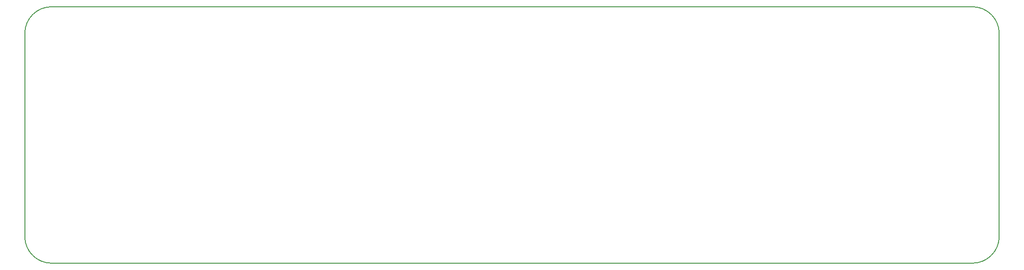
<source format=gm1>
G04 #@! TF.GenerationSoftware,KiCad,Pcbnew,8.0.7*
G04 #@! TF.CreationDate,2025-07-02T22:20:04-04:00*
G04 #@! TF.ProjectId,Sum25_GTR,53756d32-355f-4475-9452-2e6b69636164,rev?*
G04 #@! TF.SameCoordinates,Original*
G04 #@! TF.FileFunction,Profile,NP*
%FSLAX46Y46*%
G04 Gerber Fmt 4.6, Leading zero omitted, Abs format (unit mm)*
G04 Created by KiCad (PCBNEW 8.0.7) date 2025-07-02 22:20:04*
%MOMM*%
%LPD*%
G01*
G04 APERTURE LIST*
G04 #@! TA.AperFunction,Profile*
%ADD10C,0.150000*%
G04 #@! TD*
G04 APERTURE END LIST*
D10*
X221000000Y-118000000D02*
X49000000Y-118000000D01*
X226000000Y-75000000D02*
X226000000Y-113000000D01*
X44000000Y-75000000D02*
G75*
G02*
X49000000Y-70000000I5000000J0D01*
G01*
X49000000Y-70000000D02*
X221000000Y-70000000D01*
X221000000Y-70000000D02*
G75*
G02*
X226000000Y-75000000I0J-5000000D01*
G01*
X49000000Y-118000000D02*
G75*
G02*
X44000000Y-113000000I0J5000000D01*
G01*
X226000000Y-113000000D02*
G75*
G02*
X221000000Y-118000000I-5000000J0D01*
G01*
X44000000Y-113000000D02*
X44000000Y-75000000D01*
M02*

</source>
